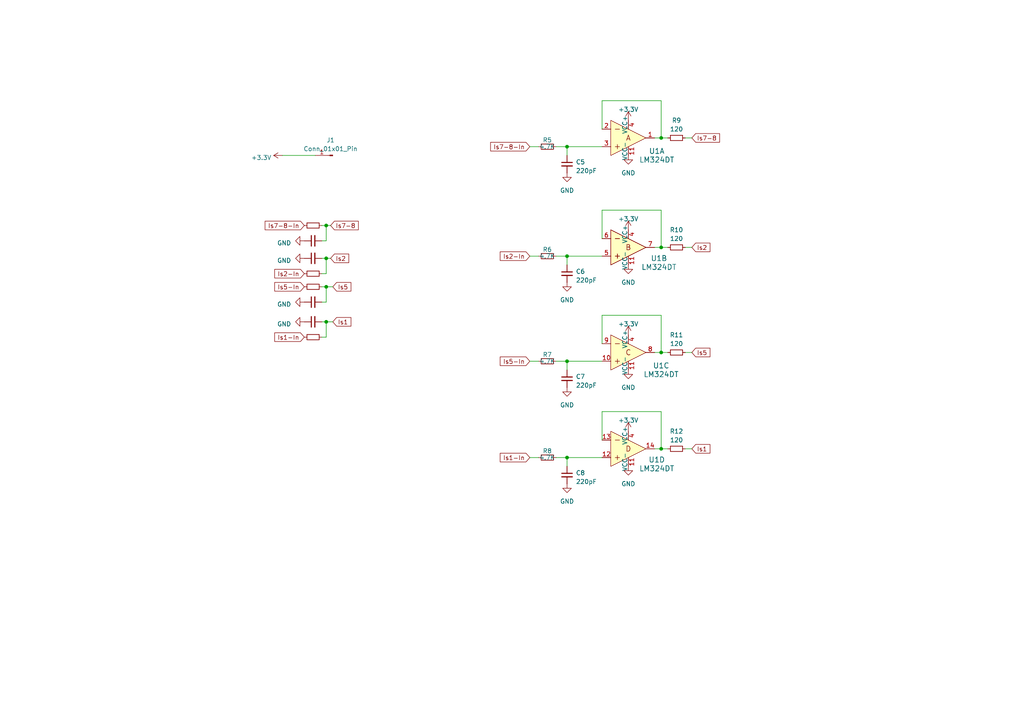
<source format=kicad_sch>
(kicad_sch (version 20230121) (generator eeschema)
  (paper "A4")
  (lib_symbols
    (symbol "Connector:Conn_01x01_Pin" (pin_names (offset 1.016) hide)
      (property "Reference" "J" (at 0 2.54 0))
      (property "Value" "Conn_01x01_Pin" (at 0 -2.54 0))
      (symbol "Conn_01x01_Pin_1_1"
        (polyline (pts (xy 1.27 0) (xy 0.8636 0)) (stroke (width 0.1524)))
        (rectangle (start 0.8636 0.127) (end 0 -0.127) (stroke (width 0.1524)) (fill (type outline)))
        (pin passive line (at 5.08 0 180) (length 3.81) (name "Pin_1") (number "1"))
      )
    )
    (symbol "Device:C_Small" (pin_numbers hide) (pin_names (offset 0.254) hide)
      (property "Reference" "C" (at 0.254 1.778 0))
      (property "Value" "C_Small" (at 0.254 -2.032 0))
      (symbol "C_Small_0_1"
        (polyline (pts (xy -1.524 -0.508) (xy 1.524 -0.508)) (stroke (width 0.3302)))
        (polyline (pts (xy -1.524 0.508) (xy 1.524 0.508)) (stroke (width 0.3048)))
      )
      (symbol "C_Small_1_1"
        (pin passive line (at 0 2.54 270) (length 2.032) (name "~") (number "1"))
        (pin passive line (at 0 -2.54 90) (length 2.032) (name "~") (number "2"))
      )
    )
    (symbol "Device:R_Small" (pin_numbers hide) (pin_names (offset 0.254) hide)
      (property "Reference" "R" (at 0.762 0.508 0))
      (property "Value" "R_Small" (at 0.762 -1.016 0))
      (symbol "R_Small_0_1"
        (rectangle (start -0.762 1.778) (end 0.762 -1.778) (stroke (width 0.2032)))
      )
      (symbol "R_Small_1_1"
        (pin passive line (at 0 2.54 270) (length 0.762) (name "~") (number "1"))
        (pin passive line (at 0 -2.54 90) (length 0.762) (name "~") (number "2"))
      )
    )
    (symbol "dk_Linear-Amplifiers-Instrumentation-OP-Amps-Buffer-Amps:LM324DT" (pin_names (offset 0))
      (property "Reference" "U" (at -5.08 7.62 0))
      (property "Value" "LM324DT" (at 5.08 -5.08 0))
      (symbol "LM324DT_0_0"
        (polyline (pts (xy -3.81 -2.54) (xy -2.54 -2.54)))
        (polyline (pts (xy -3.81 2.54) (xy -2.54 2.54)))
        (polyline (pts (xy -3.175 -1.905) (xy -3.175 -3.175)))
        (polyline (pts (xy -5.08 5.08) (xy -5.08 -5.08) (xy 5.08 0) (xy -5.08 5.08)) (fill (type background)))
      )
      (symbol "LM324DT_1_0"
        (text "A" (at 0 0 0) (effects (font (size 1.524 1.524))))
      )
      (symbol "LM324DT_1_1"
        (pin output line (at 7.62 0 180) (length 2.54) (name "~") (number "1"))
        (pin power_in line (at 0 -5.08 90) (length 2.54) (name "VCC-") (number "11"))
        (pin input line (at -7.62 2.54 0) (length 2.54) (name "~") (number "2"))
        (pin input line (at -7.62 -2.54 0) (length 2.54) (name "~") (number "3"))
        (pin power_in line (at 0 5.08 270) (length 2.54) (name "VCC+") (number "4"))
      )
      (symbol "LM324DT_2_0"
        (polyline (pts (xy -3.81 -2.54) (xy -2.54 -2.54)))
        (polyline (pts (xy -3.81 2.54) (xy -2.54 2.54)))
        (polyline (pts (xy -3.175 -1.905) (xy -3.175 -3.175)))
        (polyline (pts (xy -5.08 5.08) (xy -5.08 -5.08) (xy 5.08 0) (xy -5.08 5.08)) (fill (type background)))
        (text "B" (at 0 0 0) (effects (font (size 1.524 1.524))))
      )
      (symbol "LM324DT_2_1"
        (pin power_in line (at 0 -5.08 90) (length 2.54) (name "VCC-") (number "11"))
        (pin power_in line (at 0 5.08 270) (length 2.54) (name "VCC+") (number "4"))
        (pin input line (at -7.62 -2.54 0) (length 2.54) (name "~") (number "5"))
        (pin input line (at -7.62 2.54 0) (length 2.54) (name "~") (number "6"))
        (pin output line (at 7.62 0 180) (length 2.54) (name "~") (number "7"))
      )
      (symbol "LM324DT_3_0"
        (text "C" (at 0 0 0) (effects (font (size 1.524 1.524))))
      )
      (symbol "LM324DT_3_1"
        (pin input line (at -7.62 -2.54 0) (length 2.54) (name "~") (number "10"))
        (pin power_in line (at 0 -5.08 90) (length 2.54) (name "VCC-") (number "11"))
        (pin power_in line (at 0 5.08 270) (length 2.54) (name "VCC+") (number "4"))
        (pin output line (at 7.62 0 180) (length 2.54) (name "~") (number "8"))
        (pin input line (at -7.62 2.54 0) (length 2.54) (name "~") (number "9"))
      )
      (symbol "LM324DT_4_0"
        (text "D" (at 0 0 0) (effects (font (size 1.524 1.524))))
      )
      (symbol "LM324DT_4_1"
        (pin power_in line (at 0 -5.08 90) (length 2.54) (name "VCC-") (number "11"))
        (pin input line (at -7.62 -2.54 0) (length 2.54) (name "~") (number "12"))
        (pin input line (at -7.62 2.54 0) (length 2.54) (name "~") (number "13"))
        (pin output line (at 7.62 0 180) (length 2.54) (name "~") (number "14"))
        (pin power_in line (at 0 5.08 270) (length 2.54) (name "VCC+") (number "4"))
      )
    )
    (symbol "power:+3.3V" (power) (pin_names (offset 0))
      (property "Value" "+3.3V" (at 0 3.556 0))
      (symbol "+3.3V_0_1"
        (polyline (pts (xy -0.762 1.27) (xy 0 2.54)))
        (polyline (pts (xy 0 0) (xy 0 2.54)))
        (polyline (pts (xy 0 2.54) (xy 0.762 1.27)))
      )
      (symbol "+3.3V_1_1"
        (pin power_in line (at 0 0 90) (length 0) hide (name "+3.3V") (number "1"))
      )
    )
    (symbol "power:GND" (power) (pin_names (offset 0))
      (property "Value" "GND" (at 0 -3.81 0))
      (symbol "GND_0_1"
        (polyline (pts (xy 0 0) (xy 0 -1.27) (xy 1.27 -1.27) (xy 0 -2.54) (xy -1.27 -1.27) (xy 0 -1.27)))
      )
      (symbol "GND_1_1"
        (pin power_in line (at 0 0 270) (length 0) hide (name "GND") (number "1"))
      )
    )
  )
  (junction (at 164.465 132.715))
  (junction (at 164.465 104.775))
  (junction (at 191.77 130.175))
  (junction (at 191.77 102.235))
  (junction (at 94.615 65.405))
  (junction (at 164.465 74.295))
  (junction (at 191.77 40.005))
  (junction (at 164.465 42.545))
  (junction (at 94.615 83.185))
  (junction (at 94.615 93.345))
  (junction (at 94.615 74.93))
  (junction (at 191.77 71.755))
  (wire (pts (xy 191.77 130.175) (xy 193.675 130.175)))
  (wire (pts (xy 174.625 99.695) (xy 174.625 91.44)))
  (wire (pts (xy 191.77 71.755) (xy 189.865 71.755)))
  (wire (pts (xy 94.615 97.79) (xy 94.615 93.345)))
  (wire (pts (xy 174.625 60.96) (xy 191.77 60.96)))
  (wire (pts (xy 161.29 74.295) (xy 164.465 74.295)))
  (wire (pts (xy 94.615 74.93) (xy 95.885 74.93)))
  (wire (pts (xy 164.465 104.775) (xy 164.465 107.315)))
  (wire (pts (xy 94.615 93.345) (xy 96.52 93.345)))
  (wire (pts (xy 191.77 91.44) (xy 191.77 102.235)))
  (wire (pts (xy 81.915 45.085) (xy 91.44 45.085)))
  (wire (pts (xy 198.755 40.005) (xy 200.66 40.005)))
  (wire (pts (xy 94.615 65.405) (xy 95.885 65.405)))
  (wire (pts (xy 94.615 69.85) (xy 94.615 65.405)))
  (wire (pts (xy 174.625 29.21) (xy 191.77 29.21)))
  (wire (pts (xy 153.67 104.775) (xy 156.21 104.775)))
  (wire (pts (xy 93.345 65.405) (xy 94.615 65.405)))
  (wire (pts (xy 191.77 102.235) (xy 189.865 102.235)))
  (wire (pts (xy 198.755 130.175) (xy 200.66 130.175)))
  (wire (pts (xy 164.465 42.545) (xy 164.465 45.085)))
  (wire (pts (xy 93.345 74.93) (xy 94.615 74.93)))
  (wire (pts (xy 191.77 71.755) (xy 193.675 71.755)))
  (wire (pts (xy 164.465 74.295) (xy 164.465 76.835)))
  (wire (pts (xy 174.625 37.465) (xy 174.625 29.21)))
  (wire (pts (xy 191.77 102.235) (xy 193.675 102.235)))
  (wire (pts (xy 94.615 79.375) (xy 94.615 74.93)))
  (wire (pts (xy 153.67 132.715) (xy 156.21 132.715)))
  (wire (pts (xy 164.465 132.715) (xy 174.625 132.715)))
  (wire (pts (xy 161.29 132.715) (xy 164.465 132.715)))
  (wire (pts (xy 174.625 69.215) (xy 174.625 60.96)))
  (wire (pts (xy 174.625 127.635) (xy 174.625 119.38)))
  (wire (pts (xy 93.345 97.79) (xy 94.615 97.79)))
  (wire (pts (xy 164.465 42.545) (xy 174.625 42.545)))
  (wire (pts (xy 153.67 42.545) (xy 156.21 42.545)))
  (wire (pts (xy 198.755 102.235) (xy 200.66 102.235)))
  (wire (pts (xy 161.29 104.775) (xy 164.465 104.775)))
  (wire (pts (xy 161.29 42.545) (xy 164.465 42.545)))
  (wire (pts (xy 191.77 40.005) (xy 189.865 40.005)))
  (wire (pts (xy 191.77 29.21) (xy 191.77 40.005)))
  (wire (pts (xy 174.625 91.44) (xy 191.77 91.44)))
  (wire (pts (xy 164.465 132.715) (xy 164.465 135.255)))
  (wire (pts (xy 94.615 83.185) (xy 96.52 83.185)))
  (wire (pts (xy 191.77 60.96) (xy 191.77 71.755)))
  (wire (pts (xy 153.67 74.295) (xy 156.21 74.295)))
  (wire (pts (xy 191.77 130.175) (xy 189.865 130.175)))
  (wire (pts (xy 164.465 74.295) (xy 174.625 74.295)))
  (wire (pts (xy 93.345 83.185) (xy 94.615 83.185)))
  (wire (pts (xy 191.77 119.38) (xy 191.77 130.175)))
  (wire (pts (xy 93.345 69.85) (xy 94.615 69.85)))
  (wire (pts (xy 174.625 119.38) (xy 191.77 119.38)))
  (wire (pts (xy 94.615 87.63) (xy 94.615 83.185)))
  (wire (pts (xy 93.345 79.375) (xy 94.615 79.375)))
  (wire (pts (xy 93.345 93.345) (xy 94.615 93.345)))
  (wire (pts (xy 198.755 71.755) (xy 200.66 71.755)))
  (wire (pts (xy 164.465 104.775) (xy 174.625 104.775)))
  (wire (pts (xy 93.345 87.63) (xy 94.615 87.63)))
  (wire (pts (xy 191.77 40.005) (xy 193.675 40.005)))
  (global_label "Is5" (shape input) (at 96.52 83.185 0) (property "Intersheetrefs" "${INTERSHEET_REFS}" (effects hide)))
  (global_label "Is5-In" (shape input) (at 153.67 104.775 180) (property "Intersheetrefs" "${INTERSHEET_REFS}" (effects hide)))
  (global_label "Is1-In" (shape input) (at 88.265 97.79 180) (property "Intersheetrefs" "${INTERSHEET_REFS}" (effects hide)))
  (global_label "Is5" (shape input) (at 200.66 102.235 0) (property "Intersheetrefs" "${INTERSHEET_REFS}" (effects hide)))
  (global_label "Is2" (shape input) (at 200.66 71.755 0) (property "Intersheetrefs" "${INTERSHEET_REFS}" (effects hide)))
  (global_label "Is2" (shape input) (at 95.885 74.93 0) (property "Intersheetrefs" "${INTERSHEET_REFS}" (effects hide)))
  (global_label "Is7-8" (shape input) (at 200.66 40.005 0) (property "Intersheetrefs" "${INTERSHEET_REFS}" (effects hide)))
  (global_label "Is2-In" (shape input) (at 88.265 79.375 180) (property "Intersheetrefs" "${INTERSHEET_REFS}" (effects hide)))
  (global_label "Is7-8-In" (shape input) (at 88.265 65.405 180) (property "Intersheetrefs" "${INTERSHEET_REFS}" (effects hide)))
  (global_label "Is1-In" (shape input) (at 153.67 132.715 180) (property "Intersheetrefs" "${INTERSHEET_REFS}" (effects hide)))
  (global_label "Is1" (shape input) (at 200.66 130.175 0) (property "Intersheetrefs" "${INTERSHEET_REFS}" (effects hide)))
  (global_label "Is7-8" (shape input) (at 95.885 65.405 0) (property "Intersheetrefs" "${INTERSHEET_REFS}" (effects hide)))
  (global_label "Is1" (shape input) (at 96.52 93.345 0) (property "Intersheetrefs" "${INTERSHEET_REFS}" (effects hide)))
  (global_label "Is5-In" (shape input) (at 88.265 83.185 180) (property "Intersheetrefs" "${INTERSHEET_REFS}" (effects hide)))
  (global_label "Is7-8-In" (shape input) (at 153.67 42.545 180) (property "Intersheetrefs" "${INTERSHEET_REFS}" (effects hide)))
  (global_label "Is2-In" (shape input) (at 153.67 74.295 180) (property "Intersheetrefs" "${INTERSHEET_REFS}" (effects hide)))
  (symbol (lib_id "power:GND") (at 164.465 140.335 0) (unit 1)
    (property "Reference" "#PWR09" (effects hide))
    (property "Value" "GND" (at 164.465 145.415 0))
  )
  (symbol (lib_id "Device:C_Small") (at 90.805 93.345 90) (unit 1)
    (property "Reference" "C4" (effects hide))
    (property "Value" "C_Small" (effects hide))
    (property "Footprint" "MyKiCadLibraries:C_0603_1608Metric_Adaptor" (effects hide))
  )
  (symbol (lib_id "power:GND") (at 88.265 93.345 270) (unit 1)
    (property "Reference" "#PWR05" (effects hide))
    (property "Value" "GND" (at 84.455 93.98 90) (effects (justify right)))
  )
  (symbol (lib_id "power:+3.3V") (at 182.245 125.095 0) (unit 1)
    (property "Reference" "#PWR016" (effects hide))
    (property "Value" "+3.3V" (at 182.245 121.92 0))
  )
  (symbol (lib_id "Device:C_Small") (at 164.465 79.375 0) (unit 1)
    (property "Reference" "C6" (at 167.005 78.7463 0) (effects (justify left)))
    (property "Value" "220pF" (at 167.005 81.2863 0) (effects (justify left)))
    (property "Footprint" "Capacitor_SMD:C_0603_1608Metric_Pad1.08x0.95mm_HandSolder" (effects hide))
  )
  (symbol (lib_id "power:GND") (at 88.265 74.93 270) (unit 1)
    (property "Reference" "#PWR03" (effects hide))
    (property "Value" "GND" (at 84.455 75.565 90) (effects (justify right)))
  )
  (symbol (lib_id "Device:R_Small") (at 158.75 42.545 270) (unit 1)
    (property "Reference" "R5" (at 158.75 40.64 90))
    (property "Value" "4.7K" (at 158.75 42.545 90))
    (property "Footprint" "Resistor_SMD:R_0603_1608Metric_Pad0.98x0.95mm_HandSolder" (effects hide))
  )
  (symbol (lib_id "power:GND") (at 88.265 87.63 270) (unit 1)
    (property "Reference" "#PWR04" (effects hide))
    (property "Value" "GND" (at 84.455 88.265 90) (effects (justify right)))
  )
  (symbol (lib_id "dk_Linear-Amplifiers-Instrumentation-OP-Amps-Buffer-Amps:LM324DT") (at 182.245 130.175 0) (unit 4)
    (property "Reference" "U1" (at 190.5 133.35 0) (effects (font (size 1.524 1.524))))
    (property "Value" "LM324DT" (at 190.5 135.89 0) (effects (font (size 1.524 1.524))))
    (property "Footprint" "digikey-footprints:SOIC-14_W3.9mm" (effects hide))
    (property "Datasheet" "http://www.st.com/content/ccc/resource/technical/document/datasheet/bd/fc/46/43/26/8f/40/7f/CD00001046.pdf/files/CD00001046.pdf/jcr:content/translations/en.CD00001046.pdf" (effects hide))
    (property "Digi-Key_PN" "497-1580-1-ND" (effects hide))
    (property "MPN" "LM324DT" (effects hide))
    (property "Category" "Integrated Circuits (ICs)" (effects hide))
    (property "Family" "Linear - Amplifiers - Instrumentation, OP Amps, Buffer Amps" (effects hide))
    (property "DK_Datasheet_Link" "http://www.st.com/content/ccc/resource/technical/document/datasheet/bd/fc/46/43/26/8f/40/7f/CD00001046.pdf/files/CD00001046.pdf/jcr:content/translations/en.CD00001046.pdf" (effects hide))
    (property "DK_Detail_Page" "/product-detail/en/stmicroelectronics/LM324DT/497-1580-1-ND/592078" (effects hide))
    (property "Description" "IC OPAMP GP 4 CIRCUIT 14SO" (effects hide))
    (property "Manufacturer" "STMicroelectronics" (effects hide))
    (property "Status" "Active" (effects hide))
  )
  (symbol (lib_id "Device:R_Small") (at 196.215 40.005 270) (unit 1)
    (property "Reference" "R9" (at 196.215 34.925 90))
    (property "Value" "120" (at 196.215 37.465 90))
    (property "Footprint" "Resistor_SMD:R_0603_1608Metric_Pad0.98x0.95mm_HandSolder" (effects hide))
  )
  (symbol (lib_id "Device:R_Small") (at 196.215 130.175 270) (unit 1)
    (property "Reference" "R12" (at 196.215 125.095 90))
    (property "Value" "120" (at 196.215 127.635 90))
    (property "Footprint" "Resistor_SMD:R_0603_1608Metric_Pad0.98x0.95mm_HandSolder" (effects hide))
  )
  (symbol (lib_id "power:GND") (at 182.245 76.835 0) (unit 1)
    (property "Reference" "#PWR013" (effects hide))
    (property "Value" "GND" (at 182.245 81.915 0))
  )
  (symbol (lib_id "power:GND") (at 164.465 81.915 0) (unit 1)
    (property "Reference" "#PWR07" (effects hide))
    (property "Value" "GND" (at 164.465 86.995 0))
  )
  (symbol (lib_id "dk_Linear-Amplifiers-Instrumentation-OP-Amps-Buffer-Amps:LM324DT") (at 182.245 40.005 0) (unit 1)
    (property "Reference" "U1" (at 190.5 43.815 0) (effects (font (size 1.524 1.524))))
    (property "Value" "LM324DT" (at 190.5 46.355 0) (effects (font (size 1.524 1.524))))
    (property "Footprint" "digikey-footprints:SOIC-14_W3.9mm" (effects hide))
    (property "Datasheet" "http://www.st.com/content/ccc/resource/technical/document/datasheet/bd/fc/46/43/26/8f/40/7f/CD00001046.pdf/files/CD00001046.pdf/jcr:content/translations/en.CD00001046.pdf" (effects hide))
    (property "Digi-Key_PN" "497-1580-1-ND" (effects hide))
    (property "MPN" "LM324DT" (effects hide))
    (property "Category" "Integrated Circuits (ICs)" (effects hide))
    (property "Family" "Linear - Amplifiers - Instrumentation, OP Amps, Buffer Amps" (effects hide))
    (property "DK_Datasheet_Link" "http://www.st.com/content/ccc/resource/technical/document/datasheet/bd/fc/46/43/26/8f/40/7f/CD00001046.pdf/files/CD00001046.pdf/jcr:content/translations/en.CD00001046.pdf" (effects hide))
    (property "DK_Detail_Page" "/product-detail/en/stmicroelectronics/LM324DT/497-1580-1-ND/592078" (effects hide))
    (property "Description" "IC OPAMP GP 4 CIRCUIT 14SO" (effects hide))
    (property "Manufacturer" "STMicroelectronics" (effects hide))
    (property "Status" "Active" (effects hide))
  )
  (symbol (lib_id "power:+3.3V") (at 182.245 34.925 0) (unit 1)
    (property "Reference" "#PWR010" (effects hide))
    (property "Value" "+3.3V" (at 182.245 31.75 0))
  )
  (symbol (lib_id "Connector:Conn_01x01_Pin") (at 96.52 45.085 180) (unit 1)
    (property "Reference" "J1" (at 95.885 40.64 0))
    (property "Value" "Conn_01x01_Pin" (at 95.885 43.18 0))
    (property "Footprint" "Connector_PinHeader_2.00mm:PinHeader_1x01_P2.00mm_Vertical" (effects hide))
  )
  (symbol (lib_id "Device:R_Small") (at 90.805 83.185 90) (unit 1)
    (property "Reference" "R3" (effects hide))
    (property "Value" "R_Small" (effects hide))
    (property "Footprint" "MyKiCadLibraries:C_0603_1608Metric_Adaptor" (effects hide))
  )
  (symbol (lib_id "power:+3.3V") (at 182.245 97.155 0) (unit 1)
    (property "Reference" "#PWR014" (effects hide))
    (property "Value" "+3.3V" (at 182.245 93.98 0))
  )
  (symbol (lib_id "Device:R_Small") (at 158.75 132.715 270) (unit 1)
    (property "Reference" "R8" (at 158.75 130.81 90))
    (property "Value" "4.7K" (at 158.75 132.715 90))
    (property "Footprint" "Resistor_SMD:R_0603_1608Metric_Pad0.98x0.95mm_HandSolder" (effects hide))
  )
  (symbol (lib_id "power:GND") (at 164.465 112.395 0) (unit 1)
    (property "Reference" "#PWR08" (effects hide))
    (property "Value" "GND" (at 164.465 117.475 0))
  )
  (symbol (lib_id "Device:C_Small") (at 164.465 47.625 0) (unit 1)
    (property "Reference" "C5" (at 167.005 46.9963 0) (effects (justify left)))
    (property "Value" "220pF" (at 167.005 49.5363 0) (effects (justify left)))
    (property "Footprint" "Capacitor_SMD:C_0603_1608Metric_Pad1.08x0.95mm_HandSolder" (effects hide))
  )
  (symbol (lib_id "Device:C_Small") (at 90.805 87.63 90) (unit 1)
    (property "Reference" "C3" (effects hide))
    (property "Value" "C_Small" (effects hide))
    (property "Footprint" "MyKiCadLibraries:C_0603_1608Metric_Adaptor" (effects hide))
  )
  (symbol (lib_id "Device:R_Small") (at 196.215 102.235 270) (unit 1)
    (property "Reference" "R11" (at 196.215 97.155 90))
    (property "Value" "120" (at 196.215 99.695 90))
    (property "Footprint" "Resistor_SMD:R_0603_1608Metric_Pad0.98x0.95mm_HandSolder" (effects hide))
  )
  (symbol (lib_id "power:GND") (at 182.245 135.255 0) (unit 1)
    (property "Reference" "#PWR017" (effects hide))
    (property "Value" "GND" (at 182.245 140.335 0))
  )
  (symbol (lib_id "Device:R_Small") (at 158.75 74.295 270) (unit 1)
    (property "Reference" "R6" (at 158.75 72.39 90))
    (property "Value" "4.7K" (at 158.75 74.295 90))
    (property "Footprint" "Resistor_SMD:R_0603_1608Metric_Pad0.98x0.95mm_HandSolder" (effects hide))
  )
  (symbol (lib_id "Device:C_Small") (at 90.805 69.85 90) (unit 1)
    (property "Reference" "C1" (effects hide))
    (property "Value" "C_Small" (effects hide))
    (property "Footprint" "MyKiCadLibraries:C_0603_1608Metric_Adaptor" (effects hide))
  )
  (symbol (lib_id "Device:R_Small") (at 158.75 104.775 270) (unit 1)
    (property "Reference" "R7" (at 158.75 102.87 90))
    (property "Value" "4.7K" (at 158.75 104.775 90))
    (property "Footprint" "Resistor_SMD:R_0603_1608Metric_Pad0.98x0.95mm_HandSolder" (effects hide))
  )
  (symbol (lib_id "Device:C_Small") (at 164.465 109.855 0) (unit 1)
    (property "Reference" "C7" (at 167.005 109.2263 0) (effects (justify left)))
    (property "Value" "220pF" (at 167.005 111.7663 0) (effects (justify left)))
    (property "Footprint" "Capacitor_SMD:C_0603_1608Metric_Pad1.08x0.95mm_HandSolder" (effects hide))
  )
  (symbol (lib_id "Device:R_Small") (at 90.805 97.79 90) (unit 1)
    (property "Reference" "R4" (effects hide))
    (property "Value" "R_Small" (effects hide))
    (property "Footprint" "MyKiCadLibraries:C_0603_1608Metric_Adaptor" (effects hide))
  )
  (symbol (lib_id "Device:R_Small") (at 90.805 65.405 90) (unit 1)
    (property "Reference" "R1" (effects hide))
    (property "Value" "R_Small" (effects hide))
    (property "Footprint" "MyKiCadLibraries:C_0603_1608Metric_Adaptor" (effects hide))
  )
  (symbol (lib_id "Device:R_Small") (at 196.215 71.755 270) (unit 1)
    (property "Reference" "R10" (at 196.215 66.675 90))
    (property "Value" "120" (at 196.215 69.215 90))
    (property "Footprint" "Resistor_SMD:R_0603_1608Metric_Pad0.98x0.95mm_HandSolder" (effects hide))
  )
  (symbol (lib_id "Device:C_Small") (at 90.805 74.93 90) (unit 1)
    (property "Reference" "C2" (effects hide))
    (property "Value" "C_Small" (effects hide))
    (property "Footprint" "MyKiCadLibraries:C_0603_1608Metric_Adaptor" (effects hide))
  )
  (symbol (lib_id "power:+3.3V") (at 81.915 45.085 90) (unit 1)
    (property "Reference" "#PWR01" (effects hide))
    (property "Value" "+3.3V" (at 78.74 45.72 90) (effects (justify left)))
  )
  (symbol (lib_id "Device:R_Small") (at 90.805 79.375 90) (unit 1)
    (property "Reference" "R2" (effects hide))
    (property "Value" "R_Small" (effects hide))
    (property "Footprint" "MyKiCadLibraries:C_0603_1608Metric_Adaptor" (effects hide))
  )
  (symbol (lib_id "power:GND") (at 182.245 45.085 0) (unit 1)
    (property "Reference" "#PWR011" (effects hide))
    (property "Value" "GND" (at 182.245 50.165 0))
  )
  (symbol (lib_id "Device:C_Small") (at 164.465 137.795 0) (unit 1)
    (property "Reference" "C8" (at 167.005 137.1663 0) (effects (justify left)))
    (property "Value" "220pF" (at 167.005 139.7063 0) (effects (justify left)))
    (property "Footprint" "Capacitor_SMD:C_0603_1608Metric_Pad1.08x0.95mm_HandSolder" (effects hide))
  )
  (symbol (lib_id "power:GND") (at 164.465 50.165 0) (unit 1)
    (property "Reference" "#PWR06" (effects hide))
    (property "Value" "GND" (at 164.465 55.245 0))
  )
  (symbol (lib_id "dk_Linear-Amplifiers-Instrumentation-OP-Amps-Buffer-Amps:LM324DT") (at 182.245 102.235 0) (unit 3)
    (property "Reference" "U1" (at 191.77 106.045 0) (effects (font (size 1.524 1.524))))
    (property "Value" "LM324DT" (at 191.77 108.585 0) (effects (font (size 1.524 1.524))))
    (property "Footprint" "digikey-footprints:SOIC-14_W3.9mm" (effects hide))
    (property "Datasheet" "http://www.st.com/content/ccc/resource/technical/document/datasheet/bd/fc/46/43/26/8f/40/7f/CD00001046.pdf/files/CD00001046.pdf/jcr:content/translations/en.CD00001046.pdf" (effects hide))
    (property "Digi-Key_PN" "497-1580-1-ND" (effects hide))
    (property "MPN" "LM324DT" (effects hide))
    (property "Category" "Integrated Circuits (ICs)" (effects hide))
    (property "Family" "Linear - Amplifiers - Instrumentation, OP Amps, Buffer Amps" (effects hide))
    (property "DK_Datasheet_Link" "http://www.st.com/content/ccc/resource/technical/document/datasheet/bd/fc/46/43/26/8f/40/7f/CD00001046.pdf/files/CD00001046.pdf/jcr:content/translations/en.CD00001046.pdf" (effects hide))
    (property "DK_Detail_Page" "/product-detail/en/stmicroelectronics/LM324DT/497-1580-1-ND/592078" (effects hide))
    (property "Description" "IC OPAMP GP 4 CIRCUIT 14SO" (effects hide))
    (property "Manufacturer" "STMicroelectronics" (effects hide))
    (property "Status" "Active" (effects hide))
  )
  (symbol (lib_id "power:+3.3V") (at 182.245 66.675 0) (unit 1)
    (property "Reference" "#PWR012" (effects hide))
    (property "Value" "+3.3V" (at 182.245 63.5 0))
  )
  (symbol (lib_id "power:GND") (at 182.245 107.315 0) (unit 1)
    (property "Reference" "#PWR015" (effects hide))
    (property "Value" "GND" (at 182.245 112.395 0))
  )
  (symbol (lib_id "power:GND") (at 88.265 69.85 270) (unit 1)
    (property "Reference" "#PWR02" (effects hide))
    (property "Value" "GND" (at 84.455 70.485 90) (effects (justify right)))
  )
  (symbol (lib_id "dk_Linear-Amplifiers-Instrumentation-OP-Amps-Buffer-Amps:LM324DT") (at 182.245 71.755 0) (unit 2)
    (property "Reference" "U1" (at 191.135 74.93 0) (effects (font (size 1.524 1.524))))
    (property "Value" "LM324DT" (at 191.135 77.47 0) (effects (font (size 1.524 1.524))))
    (property "Footprint" "digikey-footprints:SOIC-14_W3.9mm" (effects hide))
    (property "Datasheet" "http://www.st.com/content/ccc/resource/technical/document/datasheet/bd/fc/46/43/26/8f/40/7f/CD00001046.pdf/files/CD00001046.pdf/jcr:content/translations/en.CD00001046.pdf" (effects hide))
    (property "Digi-Key_PN" "497-1580-1-ND" (effects hide))
    (property "MPN" "LM324DT" (effects hide))
    (property "Category" "Integrated Circuits (ICs)" (effects hide))
    (property "Family" "Linear - Amplifiers - Instrumentation, OP Amps, Buffer Amps" (effects hide))
    (property "DK_Datasheet_Link" "http://www.st.com/content/ccc/resource/technical/document/datasheet/bd/fc/46/43/26/8f/40/7f/CD00001046.pdf/files/CD00001046.pdf/jcr:content/translations/en.CD00001046.pdf" (effects hide))
    (property "DK_Detail_Page" "/product-detail/en/stmicroelectronics/LM324DT/497-1580-1-ND/592078" (effects hide))
    (property "Description" "IC OPAMP GP 4 CIRCUIT 14SO" (effects hide))
    (property "Manufacturer" "STMicroelectronics" (effects hide))
    (property "Status" "Active" (effects hide))
  )
)
</source>
